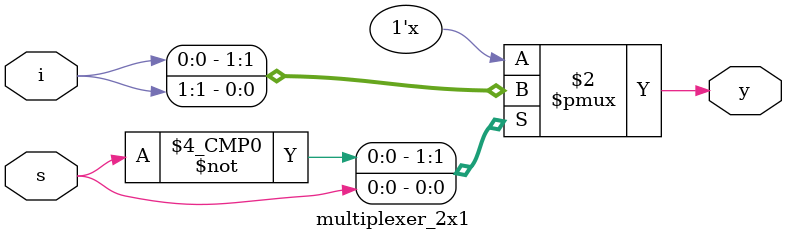
<source format=v>
`timescale 1ns / 1ps


module multiplexer_2x1(y,s,i);
output reg y;
input s;
input [1:0]i;
always @(s,i)
begin
case(s)
1'b0:y=i[0];
1'b1:y=i[1];
endcase
end
endmodule

</source>
